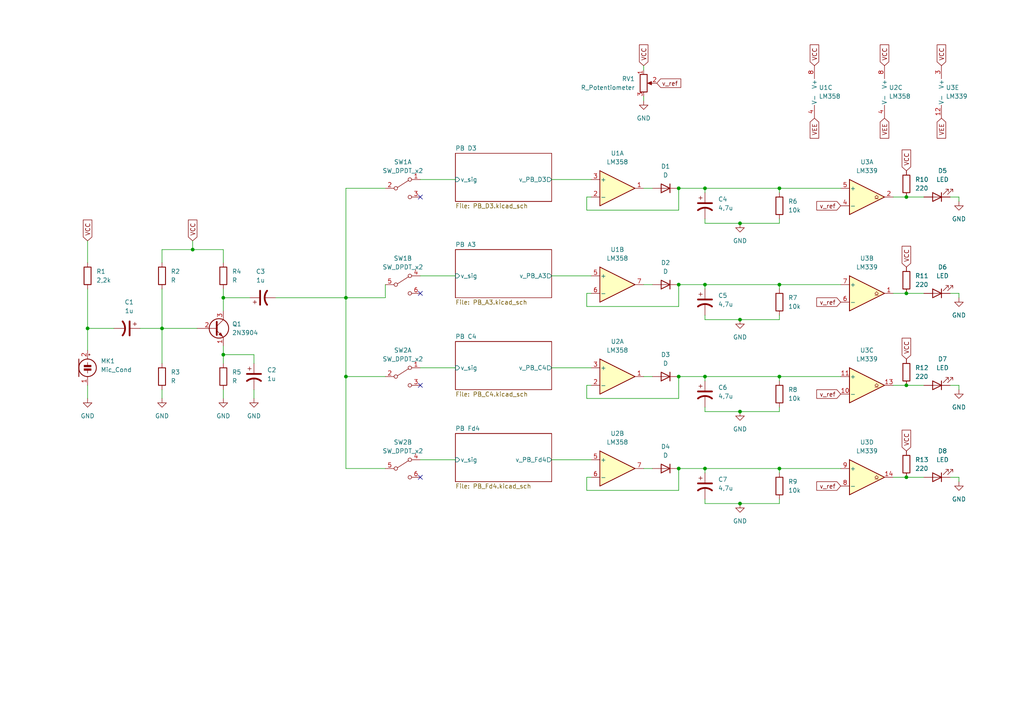
<source format=kicad_sch>
(kicad_sch (version 20211123) (generator eeschema)
  (paper "A4")
  (title_block (title "Accordeur") (date "2022-03-18") (rev "0") (company "Polytechnique Montréal"))
  (lib_symbols
    (symbol "Amplifier_Operational:LM358" (pin_names (offset 0.127))
      (property "Reference" "U" (at 0 5.08 0))
      (property "Value" "LM358" (at 0 -5.08 0))
      (symbol "LM358_1_1"
        (polyline (pts (xy -5.08 5.08) (xy 5.08 0) (xy -5.08 -5.08) (xy -5.08 5.08)) (stroke (width 0.254)) (fill (type background)))
        (pin output line (at 7.62 0 180) (length 2.54) (name "~") (number "1"))
        (pin input line (at -7.62 -2.54 0) (length 2.54) (name "-") (number "2"))
        (pin input line (at -7.62 2.54 0) (length 2.54) (name "+") (number "3"))
      )
      (symbol "LM358_2_1"
        (polyline (pts (xy -5.08 5.08) (xy 5.08 0) (xy -5.08 -5.08) (xy -5.08 5.08)) (stroke (width 0.254)) (fill (type background)))
        (pin input line (at -7.62 2.54 0) (length 2.54) (name "+") (number "5"))
        (pin input line (at -7.62 -2.54 0) (length 2.54) (name "-") (number "6"))
        (pin output line (at 7.62 0 180) (length 2.54) (name "~") (number "7"))
      )
      (symbol "LM358_3_1"
        (pin power_in line (at -2.54 -7.62 90) (length 3.81) (name "V-") (number "4"))
        (pin power_in line (at -2.54 7.62 270) (length 3.81) (name "V+") (number "8"))
      )
    )
    (symbol "Comparator:LM339" (pin_names (offset 0.127))
      (property "Reference" "U" (at 0 5.08 0))
      (property "Value" "LM339" (at 0 -5.08 0))
      (symbol "LM339_1_1"
        (polyline (pts (xy -5.08 5.08) (xy 5.08 0) (xy -5.08 -5.08) (xy -5.08 5.08)) (stroke (width 0.254)) (fill (type background)))
        (polyline (pts (xy 3.302 -0.508) (xy 2.794 -0.508) (xy 3.302 0) (xy 2.794 0.508) (xy 2.286 0) (xy 2.794 -0.508) (xy 2.286 -0.508)) (stroke (width 0.127)))
        (pin open_collector line (at 7.62 0 180) (length 2.54) (name "~") (number "2"))
        (pin input line (at -7.62 -2.54 0) (length 2.54) (name "-") (number "4"))
        (pin input line (at -7.62 2.54 0) (length 2.54) (name "+") (number "5"))
      )
      (symbol "LM339_2_1"
        (polyline (pts (xy -5.08 5.08) (xy 5.08 0) (xy -5.08 -5.08) (xy -5.08 5.08)) (stroke (width 0.254)) (fill (type background)))
        (polyline (pts (xy 3.302 -0.508) (xy 2.794 -0.508) (xy 3.302 0) (xy 2.794 0.508) (xy 2.286 0) (xy 2.794 -0.508) (xy 2.286 -0.508)) (stroke (width 0.127)))
        (pin open_collector line (at 7.62 0 180) (length 2.54) (name "~") (number "1"))
        (pin input line (at -7.62 -2.54 0) (length 2.54) (name "-") (number "6"))
        (pin input line (at -7.62 2.54 0) (length 2.54) (name "+") (number "7"))
      )
      (symbol "LM339_3_1"
        (polyline (pts (xy -5.08 5.08) (xy 5.08 0) (xy -5.08 -5.08) (xy -5.08 5.08)) (stroke (width 0.254)) (fill (type background)))
        (polyline (pts (xy 3.302 -0.508) (xy 2.794 -0.508) (xy 3.302 0) (xy 2.794 0.508) (xy 2.286 0) (xy 2.794 -0.508) (xy 2.286 -0.508)) (stroke (width 0.127)))
        (pin input line (at -7.62 -2.54 0) (length 2.54) (name "-") (number "10"))
        (pin input line (at -7.62 2.54 0) (length 2.54) (name "+") (number "11"))
        (pin open_collector line (at 7.62 0 180) (length 2.54) (name "~") (number "13"))
      )
      (symbol "LM339_4_1"
        (polyline (pts (xy -5.08 5.08) (xy 5.08 0) (xy -5.08 -5.08) (xy -5.08 5.08)) (stroke (width 0.254)) (fill (type background)))
        (polyline (pts (xy 3.302 -0.508) (xy 2.794 -0.508) (xy 3.302 0) (xy 2.794 0.508) (xy 2.286 0) (xy 2.794 -0.508) (xy 2.286 -0.508)) (stroke (width 0.127)))
        (pin open_collector line (at 7.62 0 180) (length 2.54) (name "~") (number "14"))
        (pin input line (at -7.62 -2.54 0) (length 2.54) (name "-") (number "8"))
        (pin input line (at -7.62 2.54 0) (length 2.54) (name "+") (number "9"))
      )
      (symbol "LM339_5_1"
        (pin power_in line (at -2.54 -7.62 90) (length 3.81) (name "V-") (number "12"))
        (pin power_in line (at -2.54 7.62 270) (length 3.81) (name "V+") (number "3"))
      )
    )
    (symbol "Device:C_Polarized_US" (pin_numbers hide) (pin_names (offset 0.254) hide)
      (property "Reference" "C" (at 0.635 2.54 0))
      (property "Value" "C_Polarized_US" (at 0.635 -2.54 0))
      (symbol "C_Polarized_US_0_1"
        (polyline (pts (xy -2.032 0.762) (xy 2.032 0.762)) (stroke (width 0.508)))
        (polyline (pts (xy -1.778 2.286) (xy -0.762 2.286)))
        (polyline (pts (xy -1.27 1.778) (xy -1.27 2.794)))
        (arc (start 2.032 -1.27) (mid 0 -0.5572) (end -2.032 -1.27) (stroke (width 0.508)))
      )
      (symbol "C_Polarized_US_1_1"
        (pin passive line (at 0 3.81 270) (length 2.794) (name "~") (number "1"))
        (pin passive line (at 0 -3.81 90) (length 3.302) (name "~") (number "2"))
      )
    )
    (symbol "Device:D" (pin_numbers hide) (pin_names (offset 1.016) hide)
      (property "Reference" "D" (at 0 2.54 0))
      (property "Value" "D" (at 0 -2.54 0))
      (symbol "D_0_1"
        (polyline (pts (xy -1.27 1.27) (xy -1.27 -1.27)) (stroke (width 0.254)))
        (polyline (pts (xy 1.27 0) (xy -1.27 0)))
        (polyline (pts (xy 1.27 1.27) (xy 1.27 -1.27) (xy -1.27 0) (xy 1.27 1.27)) (stroke (width 0.254)))
      )
      (symbol "D_1_1"
        (pin passive line (at -3.81 0 0) (length 2.54) (name "K") (number "1"))
        (pin passive line (at 3.81 0 180) (length 2.54) (name "A") (number "2"))
      )
    )
    (symbol "Device:LED" (pin_numbers hide) (pin_names (offset 1.016) hide)
      (property "Reference" "D" (at 0 2.54 0))
      (property "Value" "LED" (at 0 -2.54 0))
      (symbol "LED_0_1"
        (polyline (pts (xy -1.27 -1.27) (xy -1.27 1.27)) (stroke (width 0.254)))
        (polyline (pts (xy -1.27 0) (xy 1.27 0)))
        (polyline (pts (xy 1.27 -1.27) (xy 1.27 1.27) (xy -1.27 0) (xy 1.27 -1.27)) (stroke (width 0.254)))
        (polyline (pts (xy -3.048 -0.762) (xy -4.572 -2.286) (xy -3.81 -2.286) (xy -4.572 -2.286) (xy -4.572 -1.524)))
        (polyline (pts (xy -1.778 -0.762) (xy -3.302 -2.286) (xy -2.54 -2.286) (xy -3.302 -2.286) (xy -3.302 -1.524)))
      )
      (symbol "LED_1_1"
        (pin passive line (at -3.81 0 0) (length 2.54) (name "K") (number "1"))
        (pin passive line (at 3.81 0 180) (length 2.54) (name "A") (number "2"))
      )
    )
    (symbol "Device:Microphone_Condenser" (pin_names (offset 0.0254) hide)
      (property "Reference" "MK" (at -3.302 1.27 0))
      (property "Value" "Microphone_Condenser" (at -3.302 -0.635 0))
      (symbol "Microphone_Condenser_0_1"
        (polyline (pts (xy -2.54 2.54) (xy -2.54 -2.54)) (stroke (width 0.254)))
        (polyline (pts (xy 0 -0.762) (xy 0 -1.524)))
        (polyline (pts (xy 0 0.762) (xy 0 1.524)))
        (polyline (pts (xy 0.254 3.81) (xy 0.762 3.81)))
        (polyline (pts (xy 0.508 4.064) (xy 0.508 3.556)))
        (circle (center 0 0) (radius 2.54) (stroke (width 0.254)))
        (rectangle (start 1.016 -0.254) (end -1.016 -0.762) (fill (type outline)))
        (rectangle (start 1.016 0.762) (end -1.016 0.254) (fill (type outline)))
      )
      (symbol "Microphone_Condenser_1_1"
        (pin passive line (at 0 -5.08 90) (length 2.54) (name "-") (number "1"))
        (pin passive line (at 0 5.08 270) (length 2.54) (name "+") (number "2"))
      )
    )
    (symbol "Device:R" (pin_numbers hide) (pin_names (offset 0))
      (property "Reference" "R" (at 2.032 0 90))
      (property "Value" "R" (at 0 0 90))
      (symbol "R_0_1"
        (rectangle (start -1.016 -2.54) (end 1.016 2.54) (stroke (width 0.254)))
      )
      (symbol "R_1_1"
        (pin passive line (at 0 3.81 270) (length 1.27) (name "~") (number "1"))
        (pin passive line (at 0 -3.81 90) (length 1.27) (name "~") (number "2"))
      )
    )
    (symbol "Device:R_Potentiometer" (pin_names (offset 1.016) hide)
      (property "Reference" "RV" (at -4.445 0 90))
      (property "Value" "R_Potentiometer" (at -2.54 0 90))
      (symbol "R_Potentiometer_0_1"
        (polyline (pts (xy 2.54 0) (xy 1.524 0)))
        (polyline (pts (xy 1.143 0) (xy 2.286 0.508) (xy 2.286 -0.508) (xy 1.143 0)) (fill (type outline)))
        (rectangle (start 1.016 2.54) (end -1.016 -2.54) (stroke (width 0.254)))
      )
      (symbol "R_Potentiometer_1_1"
        (pin passive line (at 0 3.81 270) (length 1.27) (name "1") (number "1"))
        (pin passive line (at 3.81 0 180) (length 1.27) (name "2") (number "2"))
        (pin passive line (at 0 -3.81 90) (length 1.27) (name "3") (number "3"))
      )
    )
    (symbol "Switch:SW_DPDT_x2" (pin_names (offset 0) hide)
      (property "Reference" "SW" (at 0 4.318 0))
      (property "Value" "SW_DPDT_x2" (at 0 -5.08 0))
      (symbol "SW_DPDT_x2_0_0"
        (circle (center -2.032 0) (radius 0.508))
        (circle (center 2.032 -2.54) (radius 0.508))
      )
      (symbol "SW_DPDT_x2_0_1"
        (polyline (pts (xy -1.524 0.254) (xy 1.651 2.286)))
        (circle (center 2.032 2.54) (radius 0.508))
      )
      (symbol "SW_DPDT_x2_1_1"
        (pin passive line (at 5.08 2.54 180) (length 2.54) (name "A") (number "1"))
        (pin passive line (at -5.08 0 0) (length 2.54) (name "B") (number "2"))
        (pin passive line (at 5.08 -2.54 180) (length 2.54) (name "C") (number "3"))
      )
      (symbol "SW_DPDT_x2_2_1"
        (pin passive line (at 5.08 2.54 180) (length 2.54) (name "A") (number "4"))
        (pin passive line (at -5.08 0 0) (length 2.54) (name "B") (number "5"))
        (pin passive line (at 5.08 -2.54 180) (length 2.54) (name "C") (number "6"))
      )
    )
    (symbol "Transistor_BJT:2N3904" (pin_names (offset 0) hide)
      (property "Reference" "Q" (at 5.08 1.905 0))
      (property "Value" "2N3904" (at 5.08 0 0))
      (symbol "2N3904_0_1"
        (polyline (pts (xy 0.635 0.635) (xy 2.54 2.54)))
        (polyline (pts (xy 0.635 -0.635) (xy 2.54 -2.54) (xy 2.54 -2.54)))
        (polyline (pts (xy 0.635 1.905) (xy 0.635 -1.905) (xy 0.635 -1.905)) (stroke (width 0.508)))
        (polyline (pts (xy 1.27 -1.778) (xy 1.778 -1.27) (xy 2.286 -2.286) (xy 1.27 -1.778) (xy 1.27 -1.778)) (fill (type outline)))
        (circle (center 1.27 0) (radius 2.8194) (stroke (width 0.254)))
      )
      (symbol "2N3904_1_1"
        (pin passive line (at 2.54 -5.08 90) (length 2.54) (name "E") (number "1"))
        (pin passive line (at -5.08 0 0) (length 5.715) (name "B") (number "2"))
        (pin passive line (at 2.54 5.08 270) (length 2.54) (name "C") (number "3"))
      )
    )
    (symbol "power:GND" (power) (pin_names (offset 0))
      (property "Value" "GND" (at 0 -3.81 0))
      (symbol "GND_0_1"
        (polyline (pts (xy 0 0) (xy 0 -1.27) (xy 1.27 -1.27) (xy 0 -2.54) (xy -1.27 -1.27) (xy 0 -1.27)))
      )
      (symbol "GND_1_1"
        (pin power_in line (at 0 0 270) (length 0) hide (name "GND") (number "1"))
      )
    )
  )
  (junction (at 204.47 109.22))
  (junction (at 100.33 109.22))
  (junction (at 196.85 135.89))
  (junction (at 64.77 86.36))
  (junction (at 226.06 109.22))
  (junction (at 214.63 146.05))
  (junction (at 214.63 92.71))
  (junction (at 262.89 85.09))
  (junction (at 100.33 86.36))
  (junction (at 214.63 119.38))
  (junction (at 226.06 135.89))
  (junction (at 204.47 135.89))
  (junction (at 204.47 82.55))
  (junction (at 226.06 54.61))
  (junction (at 226.06 82.55))
  (junction (at 196.85 54.61))
  (junction (at 262.89 111.76))
  (junction (at 196.85 109.22))
  (junction (at 262.89 57.15))
  (junction (at 25.4 95.25))
  (junction (at 55.88 72.39))
  (junction (at 262.89 138.43))
  (junction (at 64.77 102.87))
  (junction (at 214.63 64.77))
  (junction (at 204.47 54.61))
  (junction (at 196.85 82.55))
  (junction (at 46.99 95.25))
  (no_connect (at 121.92 138.43))
  (no_connect (at 121.92 111.76))
  (no_connect (at 121.92 57.15))
  (no_connect (at 121.92 85.09))
  (wire (pts (xy 226.06 54.61) (xy 204.47 54.61)))
  (wire (pts (xy 186.69 54.61) (xy 189.23 54.61)))
  (wire (pts (xy 226.06 109.22) (xy 204.47 109.22)))
  (wire (pts (xy 111.76 86.36) (xy 111.76 82.55)))
  (wire (pts (xy 259.08 111.76) (xy 262.89 111.76)))
  (wire (pts (xy 100.33 86.36) (xy 111.76 86.36)))
  (wire (pts (xy 196.85 135.89) (xy 196.85 142.24)))
  (wire (pts (xy 196.85 135.89) (xy 204.47 135.89)))
  (wire (pts (xy 40.64 95.25) (xy 46.99 95.25)))
  (wire (pts (xy 64.77 76.2) (xy 64.77 72.39)))
  (wire (pts (xy 226.06 135.89) (xy 243.84 135.89)))
  (wire (pts (xy 275.59 85.09) (xy 278.13 85.09)))
  (wire (pts (xy 278.13 57.15) (xy 278.13 58.42)))
  (wire (pts (xy 64.77 100.33) (xy 64.77 102.87)))
  (wire (pts (xy 278.13 111.76) (xy 278.13 113.03)))
  (wire (pts (xy 170.18 142.24) (xy 196.85 142.24)))
  (wire (pts (xy 226.06 110.49) (xy 226.06 109.22)))
  (wire (pts (xy 262.89 57.15) (xy 267.97 57.15)))
  (wire (pts (xy 121.92 52.07) (xy 132.08 52.07)))
  (wire (pts (xy 196.85 54.61) (xy 204.47 54.61)))
  (wire (pts (xy 275.59 57.15) (xy 278.13 57.15)))
  (wire (pts (xy 275.59 111.76) (xy 278.13 111.76)))
  (wire (pts (xy 121.92 80.01) (xy 132.08 80.01)))
  (wire (pts (xy 121.92 106.68) (xy 132.08 106.68)))
  (wire (pts (xy 64.77 86.36) (xy 72.39 86.36)))
  (wire (pts (xy 55.88 69.85) (xy 55.88 72.39)))
  (wire (pts (xy 214.63 64.77) (xy 204.47 64.77)))
  (wire (pts (xy 171.45 138.43) (xy 170.18 138.43)))
  (wire (pts (xy 204.47 135.89) (xy 204.47 137.16)))
  (wire (pts (xy 262.89 111.76) (xy 267.97 111.76)))
  (wire (pts (xy 25.4 111.76) (xy 25.4 115.57)))
  (wire (pts (xy 186.69 82.55) (xy 189.23 82.55)))
  (wire (pts (xy 226.06 64.77) (xy 214.63 64.77)))
  (wire (pts (xy 111.76 135.89) (xy 100.33 135.89)))
  (wire (pts (xy 46.99 83.82) (xy 46.99 95.25)))
  (wire (pts (xy 226.06 119.38) (xy 214.63 119.38)))
  (wire (pts (xy 170.18 111.76) (xy 170.18 115.57)))
  (wire (pts (xy 204.47 54.61) (xy 204.47 55.88)))
  (wire (pts (xy 186.69 27.94) (xy 186.69 29.21)))
  (wire (pts (xy 160.02 106.68) (xy 171.45 106.68)))
  (wire (pts (xy 46.99 72.39) (xy 55.88 72.39)))
  (wire (pts (xy 73.66 113.03) (xy 73.66 115.57)))
  (wire (pts (xy 46.99 95.25) (xy 57.15 95.25)))
  (wire (pts (xy 204.47 64.77) (xy 204.47 63.5)))
  (wire (pts (xy 278.13 138.43) (xy 278.13 139.7)))
  (wire (pts (xy 121.92 133.35) (xy 132.08 133.35)))
  (wire (pts (xy 100.33 109.22) (xy 100.33 86.36)))
  (wire (pts (xy 226.06 109.22) (xy 243.84 109.22)))
  (wire (pts (xy 64.77 83.82) (xy 64.77 86.36)))
  (wire (pts (xy 278.13 85.09) (xy 278.13 86.36)))
  (wire (pts (xy 170.18 57.15) (xy 170.18 60.96)))
  (wire (pts (xy 196.85 60.96) (xy 196.85 54.61)))
  (wire (pts (xy 25.4 69.85) (xy 25.4 76.2)))
  (wire (pts (xy 170.18 60.96) (xy 196.85 60.96)))
  (wire (pts (xy 226.06 135.89) (xy 204.47 135.89)))
  (wire (pts (xy 226.06 92.71) (xy 214.63 92.71)))
  (wire (pts (xy 25.4 83.82) (xy 25.4 95.25)))
  (wire (pts (xy 170.18 115.57) (xy 196.85 115.57)))
  (wire (pts (xy 196.85 88.9) (xy 196.85 82.55)))
  (wire (pts (xy 64.77 86.36) (xy 64.77 90.17)))
  (wire (pts (xy 226.06 55.88) (xy 226.06 54.61)))
  (wire (pts (xy 170.18 88.9) (xy 196.85 88.9)))
  (wire (pts (xy 226.06 119.38) (xy 226.06 118.11)))
  (wire (pts (xy 100.33 135.89) (xy 100.33 109.22)))
  (wire (pts (xy 111.76 109.22) (xy 100.33 109.22)))
  (wire (pts (xy 204.47 82.55) (xy 204.47 83.82)))
  (wire (pts (xy 226.06 146.05) (xy 214.63 146.05)))
  (wire (pts (xy 171.45 111.76) (xy 170.18 111.76)))
  (wire (pts (xy 204.47 92.71) (xy 204.47 91.44)))
  (wire (pts (xy 64.77 113.03) (xy 64.77 115.57)))
  (wire (pts (xy 226.06 54.61) (xy 243.84 54.61)))
  (wire (pts (xy 226.06 83.82) (xy 226.06 82.55)))
  (wire (pts (xy 64.77 102.87) (xy 64.77 105.41)))
  (wire (pts (xy 46.99 95.25) (xy 46.99 105.41)))
  (wire (pts (xy 262.89 85.09) (xy 267.97 85.09)))
  (wire (pts (xy 259.08 85.09) (xy 262.89 85.09)))
  (wire (pts (xy 204.47 146.05) (xy 204.47 144.78)))
  (wire (pts (xy 46.99 113.03) (xy 46.99 115.57)))
  (wire (pts (xy 204.47 109.22) (xy 204.47 110.49)))
  (wire (pts (xy 226.06 92.71) (xy 226.06 91.44)))
  (wire (pts (xy 262.89 138.43) (xy 267.97 138.43)))
  (wire (pts (xy 204.47 119.38) (xy 204.47 118.11)))
  (wire (pts (xy 160.02 133.35) (xy 171.45 133.35)))
  (wire (pts (xy 46.99 76.2) (xy 46.99 72.39)))
  (wire (pts (xy 226.06 146.05) (xy 226.06 144.78)))
  (wire (pts (xy 214.63 92.71) (xy 204.47 92.71)))
  (wire (pts (xy 186.69 19.05) (xy 186.69 20.32)))
  (wire (pts (xy 226.06 82.55) (xy 204.47 82.55)))
  (wire (pts (xy 275.59 138.43) (xy 278.13 138.43)))
  (wire (pts (xy 196.85 109.22) (xy 204.47 109.22)))
  (wire (pts (xy 64.77 102.87) (xy 73.66 102.87)))
  (wire (pts (xy 170.18 138.43) (xy 170.18 142.24)))
  (wire (pts (xy 25.4 101.6) (xy 25.4 95.25)))
  (wire (pts (xy 259.08 57.15) (xy 262.89 57.15)))
  (wire (pts (xy 226.06 137.16) (xy 226.06 135.89)))
  (wire (pts (xy 186.69 135.89) (xy 189.23 135.89)))
  (wire (pts (xy 170.18 85.09) (xy 170.18 88.9)))
  (wire (pts (xy 73.66 105.41) (xy 73.66 102.87)))
  (wire (pts (xy 186.69 109.22) (xy 189.23 109.22)))
  (wire (pts (xy 80.01 86.36) (xy 100.33 86.36)))
  (wire (pts (xy 259.08 138.43) (xy 262.89 138.43)))
  (wire (pts (xy 196.85 115.57) (xy 196.85 109.22)))
  (wire (pts (xy 100.33 54.61) (xy 100.33 86.36)))
  (wire (pts (xy 226.06 82.55) (xy 243.84 82.55)))
  (wire (pts (xy 160.02 80.01) (xy 171.45 80.01)))
  (wire (pts (xy 111.76 54.61) (xy 100.33 54.61)))
  (wire (pts (xy 25.4 95.25) (xy 33.02 95.25)))
  (wire (pts (xy 196.85 82.55) (xy 204.47 82.55)))
  (wire (pts (xy 214.63 146.05) (xy 204.47 146.05)))
  (wire (pts (xy 171.45 57.15) (xy 170.18 57.15)))
  (wire (pts (xy 226.06 64.77) (xy 226.06 63.5)))
  (wire (pts (xy 171.45 85.09) (xy 170.18 85.09)))
  (wire (pts (xy 160.02 52.07) (xy 171.45 52.07)))
  (wire (pts (xy 214.63 119.38) (xy 204.47 119.38)))
  (wire (pts (xy 55.88 72.39) (xy 64.77 72.39)))
  (global_label "VCC" (shape input) (at 236.22 19.05 90) (property "Intersheet References" "${INTERSHEET_REFS}" (effects hide)))
  (global_label "VCC" (shape input) (at 262.89 77.47 90) (property "Intersheet References" "${INTERSHEET_REFS}" (effects hide)))
  (global_label "VCC" (shape input) (at 186.69 19.05 90) (property "Intersheet References" "${INTERSHEET_REFS}" (effects hide)))
  (global_label "VEE" (shape input) (at 256.54 34.29 270) (property "Intersheet References" "${INTERSHEET_REFS}" (effects hide)))
  (global_label "v_ref" (shape input) (at 190.5 24.13 0) (property "Intersheet References" "${INTERSHEET_REFS}" (effects hide)))
  (global_label "VCC" (shape input) (at 25.4 69.85 90) (property "Intersheet References" "${INTERSHEET_REFS}" (effects hide)))
  (global_label "VCC" (shape input) (at 55.88 69.85 90) (property "Intersheet References" "${INTERSHEET_REFS}" (effects hide)))
  (global_label "VCC" (shape input) (at 262.89 49.53 90) (property "Intersheet References" "${INTERSHEET_REFS}" (effects hide)))
  (global_label "VEE" (shape input) (at 236.22 34.29 270) (property "Intersheet References" "${INTERSHEET_REFS}" (effects hide)))
  (global_label "v_ref" (shape input) (at 243.84 87.63 180) (property "Intersheet References" "${INTERSHEET_REFS}" (effects hide)))
  (global_label "VCC" (shape input) (at 273.05 19.05 90) (property "Intersheet References" "${INTERSHEET_REFS}" (effects hide)))
  (global_label "v_ref" (shape input) (at 243.84 114.3 180) (property "Intersheet References" "${INTERSHEET_REFS}" (effects hide)))
  (global_label "v_ref" (shape input) (at 243.84 140.97 180) (property "Intersheet References" "${INTERSHEET_REFS}" (effects hide)))
  (global_label "v_ref" (shape input) (at 243.84 59.69 180) (property "Intersheet References" "${INTERSHEET_REFS}" (effects hide)))
  (global_label "VCC" (shape input) (at 262.89 104.14 90) (property "Intersheet References" "${INTERSHEET_REFS}" (effects hide)))
  (global_label "VCC" (shape input) (at 256.54 19.05 90) (property "Intersheet References" "${INTERSHEET_REFS}" (effects hide)))
  (global_label "VCC" (shape input) (at 262.89 130.81 90) (property "Intersheet References" "${INTERSHEET_REFS}" (effects hide)))
  (global_label "VEE" (shape input) (at 273.05 34.29 270) (property "Intersheet References" "${INTERSHEET_REFS}" (effects hide)))
  (symbol (lib_id "Device:R") (at 46.99 109.22 0) (unit 1)
    (property "Reference" "R3" (at 49.53 107.9499 0) (effects (justify left)))
    (property "Value" "R" (at 49.53 110.4899 0) (effects (justify left)))
    (property "Footprint" "Resistor_SMD:R_0805_2012Metric" (effects hide))
  )
  (symbol (lib_id "Device:D") (at 193.04 135.89 180) (unit 1)
    (property "Reference" "D4" (at 193.04 129.54 0))
    (property "Value" "D" (at 193.04 132.08 0))
  )
  (symbol (lib_id "power:GND") (at 214.63 92.71 0) (unit 1)
    (property "Reference" "#PWR07" (effects hide))
    (property "Value" "GND" (at 214.63 97.79 0))
  )
  (symbol (lib_id "Switch:SW_DPDT_x2") (at 116.84 135.89 0) (unit 2)
    (property "Reference" "SW2" (at 116.84 128.27 0))
    (property "Value" "SW_DPDT_x2" (at 116.84 130.81 0))
    (property "Footprint" "SWITCH:SW_100AWDP1T2B4M2QE" (effects hide))
  )
  (symbol (lib_id "Amplifier_Operational:LM358") (at 238.76 26.67 0) (unit 3)
    (property "Reference" "U1" (at 237.49 25.3999 0) (effects (justify left)))
    (property "Value" "LM358" (at 237.49 27.9399 0) (effects (justify left)))
    (property "Footprint" "Package_DIP:DIP-8_W7.62mm" (effects hide))
    (property "Datasheet" "http://www.ti.com/lit/ds/symlink/lm2904-n.pdf" (effects hide))
  )
  (symbol (lib_id "Comparator:LM339") (at 275.59 26.67 0) (unit 5)
    (property "Reference" "U3" (at 274.32 25.3999 0) (effects (justify left)))
    (property "Value" "LM339" (at 274.32 27.9399 0) (effects (justify left)))
    (property "Footprint" "Package_DIP:DIP-16_W7.62mm" (effects hide))
    (property "Datasheet" "https://www.st.com/resource/en/datasheet/lm139.pdf" (effects hide))
  )
  (symbol (lib_id "Device:R") (at 226.06 140.97 0) (unit 1)
    (property "Reference" "R9" (at 228.6 139.6999 0) (effects (justify left)))
    (property "Value" "10k" (at 228.6 142.2399 0) (effects (justify left)))
    (property "Footprint" "Resistor_SMD:R_0805_2012Metric" (effects hide))
  )
  (symbol (lib_id "power:GND") (at 278.13 58.42 0) (unit 1)
    (property "Reference" "#PWR010" (effects hide))
    (property "Value" "GND" (at 278.13 63.5 0))
  )
  (symbol (lib_id "Device:R") (at 226.06 114.3 0) (unit 1)
    (property "Reference" "R8" (at 228.6 113.0299 0) (effects (justify left)))
    (property "Value" "10k" (at 228.6 115.5699 0) (effects (justify left)))
    (property "Footprint" "Resistor_SMD:R_0805_2012Metric" (effects hide))
  )
  (symbol (lib_id "Switch:SW_DPDT_x2") (at 116.84 82.55 0) (unit 2)
    (property "Reference" "SW1" (at 116.84 74.93 0))
    (property "Value" "SW_DPDT_x2" (at 116.84 77.47 0))
    (property "Footprint" "SWITCH:SW_100AWDP1T2B4M2QE" (effects hide))
  )
  (symbol (lib_id "Device:C_Polarized_US") (at 36.83 95.25 270) (unit 1)
    (property "Reference" "C1" (at 37.465 87.63 90))
    (property "Value" "1u" (at 37.465 90.17 90))
  )
  (symbol (lib_id "Device:C_Polarized_US") (at 204.47 140.97 0) (unit 1)
    (property "Reference" "C7" (at 208.28 139.0649 0) (effects (justify left)))
    (property "Value" "4,7u" (at 208.28 141.6049 0) (effects (justify left)))
  )
  (symbol (lib_id "Amplifier_Operational:LM358") (at 179.07 82.55 0) (unit 2)
    (property "Reference" "U1" (at 179.07 72.39 0))
    (property "Value" "LM358" (at 179.07 74.93 0))
    (property "Footprint" "Package_DIP:DIP-8_W7.62mm" (effects hide))
    (property "Datasheet" "http://www.ti.com/lit/ds/symlink/lm2904-n.pdf" (effects hide))
  )
  (symbol (lib_id "Amplifier_Operational:LM358") (at 259.08 26.67 0) (unit 3)
    (property "Reference" "U2" (at 257.81 25.3999 0) (effects (justify left)))
    (property "Value" "LM358" (at 257.81 27.9399 0) (effects (justify left)))
    (property "Footprint" "Package_DIP:DIP-8_W7.62mm" (effects hide))
    (property "Datasheet" "http://www.ti.com/lit/ds/symlink/lm2904-n.pdf" (effects hide))
  )
  (symbol (lib_id "Device:D") (at 193.04 82.55 180) (unit 1)
    (property "Reference" "D2" (at 193.04 76.2 0))
    (property "Value" "D" (at 193.04 78.74 0))
  )
  (symbol (lib_id "Device:D") (at 193.04 54.61 180) (unit 1)
    (property "Reference" "D1" (at 193.04 48.26 0))
    (property "Value" "D" (at 193.04 50.8 0))
  )
  (symbol (lib_id "Device:C_Polarized_US") (at 204.47 114.3 0) (unit 1)
    (property "Reference" "C6" (at 208.28 112.3949 0) (effects (justify left)))
    (property "Value" "4,7u" (at 208.28 114.9349 0) (effects (justify left)))
  )
  (symbol (lib_id "power:GND") (at 278.13 139.7 0) (unit 1)
    (property "Reference" "#PWR013" (effects hide))
    (property "Value" "GND" (at 278.13 144.78 0))
  )
  (symbol (lib_id "Device:C_Polarized_US") (at 73.66 109.22 0) (unit 1)
    (property "Reference" "C2" (at 77.47 107.3149 0) (effects (justify left)))
    (property "Value" "1u" (at 77.47 109.8549 0) (effects (justify left)))
  )
  (symbol (lib_id "Comparator:LM339") (at 251.46 85.09 0) (unit 2)
    (property "Reference" "U3" (at 251.46 74.93 0))
    (property "Value" "LM339" (at 251.46 77.47 0))
    (property "Footprint" "Package_DIP:DIP-16_W7.62mm" (effects hide))
    (property "Datasheet" "https://www.st.com/resource/en/datasheet/lm139.pdf" (effects hide))
  )
  (symbol (lib_id "Amplifier_Operational:LM358") (at 179.07 135.89 0) (unit 2)
    (property "Reference" "U2" (at 179.07 125.73 0))
    (property "Value" "LM358" (at 179.07 128.27 0))
    (property "Footprint" "Package_DIP:DIP-8_W7.62mm" (effects hide))
    (property "Datasheet" "http://www.ti.com/lit/ds/symlink/lm2904-n.pdf" (effects hide))
  )
  (symbol (lib_id "power:GND") (at 278.13 113.03 0) (unit 1)
    (property "Reference" "#PWR012" (effects hide))
    (property "Value" "GND" (at 278.13 118.11 0))
  )
  (symbol (lib_id "Device:R") (at 46.99 80.01 0) (unit 1)
    (property "Reference" "R2" (at 49.53 78.7399 0) (effects (justify left)))
    (property "Value" "R" (at 49.53 81.2799 0) (effects (justify left)))
    (property "Footprint" "Resistor_SMD:R_0805_2012Metric" (effects hide))
  )
  (symbol (lib_id "Device:C_Polarized_US") (at 204.47 87.63 0) (unit 1)
    (property "Reference" "C5" (at 208.28 85.7249 0) (effects (justify left)))
    (property "Value" "4,7u" (at 208.28 88.2649 0) (effects (justify left)))
  )
  (symbol (lib_id "power:GND") (at 214.63 146.05 0) (unit 1)
    (property "Reference" "#PWR09" (effects hide))
    (property "Value" "GND" (at 214.63 151.13 0))
  )
  (symbol (lib_id "Device:LED") (at 271.78 85.09 180) (unit 1)
    (property "Reference" "D6" (at 273.3675 77.47 0))
    (property "Value" "LED" (at 273.3675 80.01 0))
    (property "Footprint" "LED:LED_151054RS03000" (effects hide))
  )
  (symbol (lib_id "Device:R") (at 64.77 109.22 0) (unit 1)
    (property "Reference" "R5" (at 67.31 107.9499 0) (effects (justify left)))
    (property "Value" "R" (at 67.31 110.4899 0) (effects (justify left)))
    (property "Footprint" "Resistor_SMD:R_0805_2012Metric" (effects hide))
  )
  (symbol (lib_id "Switch:SW_DPDT_x2") (at 116.84 54.61 0) (unit 1)
    (property "Reference" "SW1" (at 116.84 46.99 0))
    (property "Value" "SW_DPDT_x2" (at 116.84 49.53 0))
    (property "Footprint" "SWITCH:SW_100AWDP1T2B4M2QE" (effects hide))
  )
  (symbol (lib_id "Device:R") (at 226.06 87.63 0) (unit 1)
    (property "Reference" "R7" (at 228.6 86.3599 0) (effects (justify left)))
    (property "Value" "10k" (at 228.6 88.8999 0) (effects (justify left)))
    (property "Footprint" "Resistor_SMD:R_0805_2012Metric" (effects hide))
  )
  (symbol (lib_id "Amplifier_Operational:LM358") (at 179.07 54.61 0) (unit 1)
    (property "Reference" "U1" (at 179.07 44.45 0))
    (property "Value" "LM358" (at 179.07 46.99 0))
    (property "Footprint" "Package_DIP:DIP-8_W7.62mm" (effects hide))
    (property "Datasheet" "http://www.ti.com/lit/ds/symlink/lm2904-n.pdf" (effects hide))
  )
  (symbol (lib_id "Comparator:LM339") (at 251.46 57.15 0) (unit 1)
    (property "Reference" "U3" (at 251.46 46.99 0))
    (property "Value" "LM339" (at 251.46 49.53 0))
    (property "Footprint" "Package_DIP:DIP-16_W7.62mm" (effects hide))
    (property "Datasheet" "https://www.st.com/resource/en/datasheet/lm139.pdf" (effects hide))
  )
  (symbol (lib_id "Device:LED") (at 271.78 57.15 180) (unit 1)
    (property "Reference" "D5" (at 273.3675 49.53 0))
    (property "Value" "LED" (at 273.3675 52.07 0))
    (property "Footprint" "LED:LED_151054RS03000" (effects hide))
  )
  (symbol (lib_id "Device:R") (at 25.4 80.01 0) (unit 1)
    (property "Reference" "R1" (at 27.94 78.7399 0) (effects (justify left)))
    (property "Value" "2,2k" (at 27.94 81.2799 0) (effects (justify left)))
    (property "Footprint" "Resistor_SMD:R_0805_2012Metric" (effects hide))
  )
  (symbol (lib_id "Device:R_Potentiometer") (at 186.69 24.13 0) (unit 1)
    (property "Reference" "RV1" (at 184.15 22.8599 0) (effects (justify right)))
    (property "Value" "R_Potentiometer" (at 184.15 25.3999 0) (effects (justify right)))
    (property "Footprint" "POT:POT_3299W-1-104LF" (effects hide))
  )
  (symbol (lib_id "Device:LED") (at 271.78 111.76 180) (unit 1)
    (property "Reference" "D7" (at 273.3675 104.14 0))
    (property "Value" "LED" (at 273.3675 106.68 0))
    (property "Footprint" "LED:LED_151054RS03000" (effects hide))
  )
  (symbol (lib_id "Device:R") (at 262.89 107.95 0) (unit 1)
    (property "Reference" "R12" (at 265.43 106.6799 0) (effects (justify left)))
    (property "Value" "220" (at 265.43 109.2199 0) (effects (justify left)))
    (property "Footprint" "Resistor_SMD:R_0805_2012Metric" (effects hide))
  )
  (symbol (lib_id "Device:C_Polarized_US") (at 204.47 59.69 0) (unit 1)
    (property "Reference" "C4" (at 208.28 57.7849 0) (effects (justify left)))
    (property "Value" "4,7u" (at 208.28 60.3249 0) (effects (justify left)))
  )
  (symbol (lib_id "power:GND") (at 186.69 29.21 0) (unit 1)
    (property "Reference" "#PWR05" (effects hide))
    (property "Value" "GND" (at 186.69 34.29 0))
  )
  (symbol (lib_id "Device:R") (at 262.89 134.62 0) (unit 1)
    (property "Reference" "R13" (at 265.43 133.3499 0) (effects (justify left)))
    (property "Value" "220" (at 265.43 135.8899 0) (effects (justify left)))
    (property "Footprint" "Resistor_SMD:R_0805_2012Metric" (effects hide))
  )
  (symbol (lib_id "Comparator:LM339") (at 251.46 138.43 0) (unit 4)
    (property "Reference" "U3" (at 251.46 128.27 0))
    (property "Value" "LM339" (at 251.46 130.81 0))
    (property "Footprint" "Package_DIP:DIP-16_W7.62mm" (effects hide))
    (property "Datasheet" "https://www.st.com/resource/en/datasheet/lm139.pdf" (effects hide))
  )
  (symbol (lib_id "power:GND") (at 73.66 115.57 0) (unit 1)
    (property "Reference" "#PWR04" (effects hide))
    (property "Value" "GND" (at 73.66 120.65 0))
  )
  (symbol (lib_id "Device:D") (at 193.04 109.22 180) (unit 1)
    (property "Reference" "D3" (at 193.04 102.87 0))
    (property "Value" "D" (at 193.04 105.41 0))
  )
  (symbol (lib_id "Device:R") (at 226.06 59.69 0) (unit 1)
    (property "Reference" "R6" (at 228.6 58.4199 0) (effects (justify left)))
    (property "Value" "10k" (at 228.6 60.9599 0) (effects (justify left)))
    (property "Footprint" "Resistor_SMD:R_0805_2012Metric" (effects hide))
  )
  (symbol (lib_id "power:GND") (at 64.77 115.57 0) (unit 1)
    (property "Reference" "#PWR03" (effects hide))
    (property "Value" "GND" (at 64.77 120.65 0))
  )
  (symbol (lib_id "Device:R") (at 262.89 81.28 0) (unit 1)
    (property "Reference" "R11" (at 265.43 80.0099 0) (effects (justify left)))
    (property "Value" "220" (at 265.43 82.5499 0) (effects (justify left)))
    (property "Footprint" "Resistor_SMD:R_0805_2012Metric" (effects hide))
  )
  (symbol (lib_id "Amplifier_Operational:LM358") (at 179.07 109.22 0) (unit 1)
    (property "Reference" "U2" (at 179.07 99.06 0))
    (property "Value" "LM358" (at 179.07 101.6 0))
    (property "Footprint" "Package_DIP:DIP-8_W7.62mm" (effects hide))
    (property "Datasheet" "http://www.ti.com/lit/ds/symlink/lm2904-n.pdf" (effects hide))
  )
  (symbol (lib_id "power:GND") (at 46.99 115.57 0) (unit 1)
    (property "Reference" "#PWR02" (effects hide))
    (property "Value" "GND" (at 46.99 120.65 0))
  )
  (symbol (lib_id "power:GND") (at 214.63 119.38 0) (unit 1)
    (property "Reference" "#PWR08" (effects hide))
    (property "Value" "GND" (at 214.63 124.46 0))
  )
  (symbol (lib_id "Switch:SW_DPDT_x2") (at 116.84 109.22 0) (unit 1)
    (property "Reference" "SW2" (at 116.84 101.6 0))
    (property "Value" "SW_DPDT_x2" (at 116.84 104.14 0))
    (property "Footprint" "SWITCH:SW_100AWDP1T2B4M2QE" (effects hide))
  )
  (symbol (lib_id "Comparator:LM339") (at 251.46 111.76 0) (unit 3)
    (property "Reference" "U3" (at 251.46 101.6 0))
    (property "Value" "LM339" (at 251.46 104.14 0))
    (property "Footprint" "Package_DIP:DIP-16_W7.62mm" (effects hide))
    (property "Datasheet" "https://www.st.com/resource/en/datasheet/lm139.pdf" (effects hide))
  )
  (symbol (lib_id "Device:Microphone_Condenser") (at 25.4 106.68 0) (unit 1)
    (property "Reference" "MK1" (at 29.21 104.7114 0) (effects (justify left)))
    (property "Value" "Mic_Cond" (at 29.21 107.2514 0) (effects (justify left)))
    (property "Footprint" "MIC:MIC_CMA-4544PF-W" (effects hide))
  )
  (symbol (lib_id "Device:R") (at 64.77 80.01 0) (unit 1)
    (property "Reference" "R4" (at 67.31 78.7399 0) (effects (justify left)))
    (property "Value" "R" (at 67.31 81.2799 0) (effects (justify left)))
    (property "Footprint" "Resistor_SMD:R_0805_2012Metric" (effects hide))
  )
  (symbol (lib_id "Transistor_BJT:2N3904") (at 62.23 95.25 0) (unit 1)
    (property "Reference" "Q1" (at 67.31 93.9799 0) (effects (justify left)))
    (property "Value" "2N3904" (at 67.31 96.5199 0) (effects (justify left)))
    (property "Footprint" "Package_TO_SOT_THT:TO-92_Inline" (effects hide))
    (property "Datasheet" "https://www.onsemi.com/pub/Collateral/2N3903-D.PDF" (effects hide))
  )
  (symbol (lib_id "Device:R") (at 262.89 53.34 0) (unit 1)
    (property "Reference" "R10" (at 265.43 52.0699 0) (effects (justify left)))
    (property "Value" "220" (at 265.43 54.6099 0) (effects (justify left)))
    (property "Footprint" "Resistor_SMD:R_0805_2012Metric" (effects hide))
  )
  (symbol (lib_id "Device:LED") (at 271.78 138.43 180) (unit 1)
    (property "Reference" "D8" (at 273.3675 130.81 0))
    (property "Value" "LED" (at 273.3675 133.35 0))
    (property "Footprint" "LED:LED_151054RS03000" (effects hide))
  )
  (symbol (lib_id "power:GND") (at 25.4 115.57 0) (unit 1)
    (property "Reference" "#PWR01" (effects hide))
    (property "Value" "GND" (at 25.4 120.65 0))
  )
  (symbol (lib_id "power:GND") (at 214.63 64.77 0) (unit 1)
    (property "Reference" "#PWR06" (effects hide))
    (property "Value" "GND" (at 214.63 69.85 0))
  )
  (symbol (lib_id "Device:C_Polarized_US") (at 76.2 86.36 90) (unit 1)
    (property "Reference" "C3" (at 75.565 78.74 90))
    (property "Value" "1u" (at 75.565 81.28 90))
  )
  (symbol (lib_id "power:GND") (at 278.13 86.36 0) (unit 1)
    (property "Reference" "#PWR011" (effects hide))
    (property "Value" "GND" (at 278.13 91.44 0))
  )
  (sheet (at 132.08 99.06) (size 27.94 13.97) (stroke (width 0.1524))
    (property "Sheet name" "PB C4" (at 132.08 98.3484 0) (effects (justify left bottom)))
    (property "Sheet file" "PB_C4.kicad_sch" (at 132.08 113.6146 0) (effects (justify left top)))
    (pin "v_sig" input (at 132.08 106.68 180))
    (pin "v_PB_C4" output (at 160.02 106.68 0))
  )
  (sheet (at 132.08 44.45) (size 27.94 13.97) (stroke (width 0.1524))
    (property "Sheet name" "PB D3" (at 132.08 43.7384 0) (effects (justify left bottom)))
    (property "Sheet file" "PB_D3.kicad_sch" (at 132.08 59.0046 0) (effects (justify left top)))
    (pin "v_PB_D3" output (at 160.02 52.07 0))
    (pin "v_sig" input (at 132.08 52.07 180))
  )
  (sheet (at 132.08 125.73) (size 27.94 13.97) (stroke (width 0.1524))
    (property "Sheet name" "PB Fd4" (at 132.08 125.0184 0) (effects (justify left bottom)))
    (property "Sheet file" "PB_Fd4.kicad_sch" (at 132.08 140.2846 0) (effects (justify left top)))
    (pin "v_sig" input (at 132.08 133.35 180))
    (pin "v_PB_Fd4" output (at 160.02 133.35 0))
  )
  (sheet (at 132.08 72.39) (size 27.94 13.97) (stroke (width 0.1524))
    (property "Sheet name" "PB A3" (at 132.08 71.6784 0) (effects (justify left bottom)))
    (property "Sheet file" "PB_A3.kicad_sch" (at 132.08 86.9446 0) (effects (justify left top)))
    (pin "v_sig" input (at 132.08 80.01 180))
    (pin "v_PB_A3" output (at 160.02 80.01 0))
  )
)
</source>
